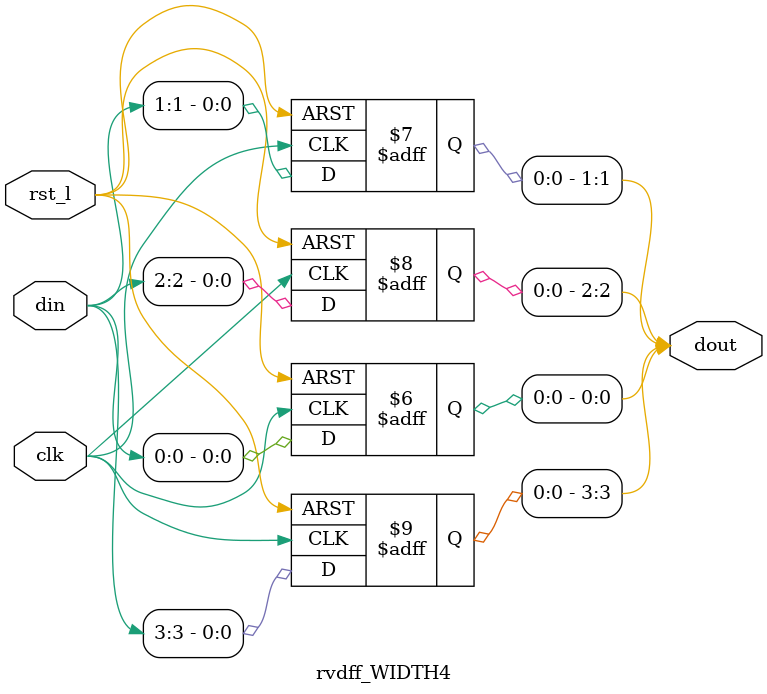
<source format=v>
module rvdff_WIDTH4
(
  din,
  clk,
  rst_l,
  dout
);

  input [3:0] din;
  output [3:0] dout;
  input clk;
  input rst_l;
  wire N0;
  reg [3:0] dout;

  always @(posedge clk or posedge N0) begin
    if(N0) begin
      dout[3] <= 1'b0;
    end else if(1'b1) begin
      dout[3] <= din[3];
    end
  end


  always @(posedge clk or posedge N0) begin
    if(N0) begin
      dout[2] <= 1'b0;
    end else if(1'b1) begin
      dout[2] <= din[2];
    end
  end


  always @(posedge clk or posedge N0) begin
    if(N0) begin
      dout[1] <= 1'b0;
    end else if(1'b1) begin
      dout[1] <= din[1];
    end
  end


  always @(posedge clk or posedge N0) begin
    if(N0) begin
      dout[0] <= 1'b0;
    end else if(1'b1) begin
      dout[0] <= din[0];
    end
  end

  assign N0 = ~rst_l;

endmodule
</source>
